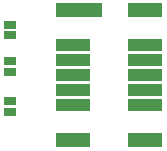
<source format=gbr>
G04 #@! TF.FileFunction,Soldermask,Top*
%FSLAX46Y46*%
G04 Gerber Fmt 4.6, Leading zero omitted, Abs format (unit mm)*
G04 Created by KiCad (PCBNEW 4.0.7-e2-6376~58~ubuntu16.04.1) date Wed Aug  1 22:41:23 2018*
%MOMM*%
%LPD*%
G01*
G04 APERTURE LIST*
%ADD10C,0.100000*%
%ADD11R,1.000000X0.800000*%
%ADD12R,4.000000X1.200000*%
%ADD13R,3.000000X1.100000*%
%ADD14R,3.000000X1.200000*%
G04 APERTURE END LIST*
D10*
D11*
X153450000Y-100375000D03*
X153450000Y-101275000D03*
X153450000Y-96950000D03*
X153450000Y-97850000D03*
X153450000Y-93875000D03*
X153450000Y-94775000D03*
D12*
X159325000Y-92675000D03*
D13*
X158825000Y-98175000D03*
X158825000Y-99445000D03*
X158825000Y-100715000D03*
X158825000Y-96905000D03*
X158825000Y-95635000D03*
X164925000Y-95635000D03*
X164925000Y-100715000D03*
X164925000Y-99445000D03*
X164925000Y-98175000D03*
X164925000Y-96905000D03*
D14*
X164925000Y-92675000D03*
X164925000Y-103675000D03*
X158825000Y-103675000D03*
M02*

</source>
